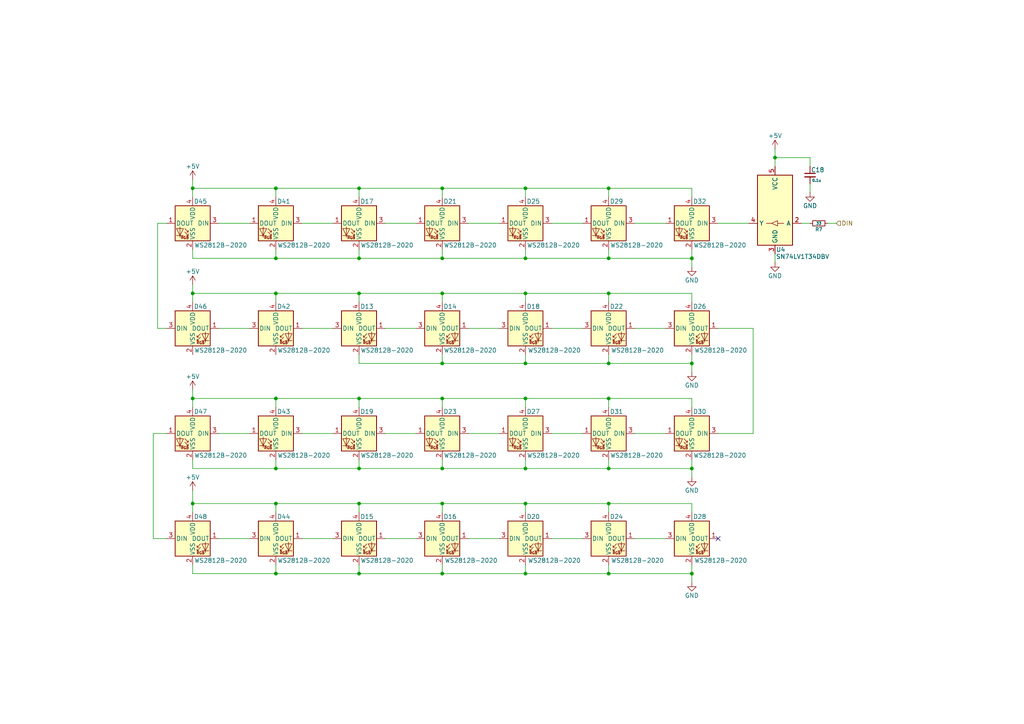
<source format=kicad_sch>
(kicad_sch (version 20250114) (generator "eeschema") (generator_version "9.0")
  (paper "A4")
  (lib_symbols
    (symbol "Device:C_Small" (pin_numbers (hide yes)) (pin_names (offset 0.254) (hide yes))
      (property "Reference" "C" (at 0.254 1.778 0))
      (property "Value" "C_Small" (at 0.254 -2.032 0))
      (symbol "C_Small_0_1"
        (polyline (pts (xy -1.524 0.508) (xy 1.524 0.508)) (stroke (width 0.3048)))
        (polyline (pts (xy -1.524 -0.508) (xy 1.524 -0.508)) (stroke (width 0.3302)))
      )
      (symbol "C_Small_1_1"
        (pin passive line (at 0 2.54 270) (length 2.032) (name "~") (number "1"))
        (pin passive line (at 0 -2.54 90) (length 2.032) (name "~") (number "2"))
      )
    )
    (symbol "Device:R_Small" (pin_numbers (hide yes)) (pin_names (offset 0.254) (hide yes))
      (property "Reference" "R" (at 0 0 90))
      (property "Value" "R_Small" (at 1.778 0 90))
      (symbol "R_Small_0_1"
        (rectangle (start -0.762 1.778) (end 0.762 -1.778) (stroke (width 0.2032)))
      )
      (symbol "R_Small_1_1"
        (pin passive line (at 0 2.54 270) (length 0.762) (name "~") (number "1"))
        (pin passive line (at 0 -2.54 90) (length 0.762) (name "~") (number "2"))
      )
    )
    (symbol "LED:WS2812B-2020" (pin_names (offset 0.254))
      (property "Reference" "D" (at 5.08 5.715 0))
      (property "Value" "WS2812B-2020" (at 1.27 -5.715 0))
      (symbol "WS2812B-2020_0_0"
        (text "RGB" (at 2.286 -4.191 0) (effects (font (size 0.762 0.762))))
      )
      (symbol "WS2812B-2020_0_1"
        (polyline (pts (xy 1.27 -2.54) (xy 1.778 -2.54)))
        (polyline (pts (xy 1.27 -3.556) (xy 1.778 -3.556)))
        (polyline (pts (xy 2.286 -1.524) (xy 1.27 -2.54) (xy 1.27 -2.032)))
        (polyline (pts (xy 2.286 -2.54) (xy 1.27 -3.556) (xy 1.27 -3.048)))
        (polyline (pts (xy 3.683 -1.016) (xy 3.683 -3.556) (xy 3.683 -4.064)))
        (polyline (pts (xy 4.699 -1.524) (xy 2.667 -1.524) (xy 3.683 -3.556) (xy 4.699 -1.524)))
        (polyline (pts (xy 4.699 -3.556) (xy 2.667 -3.556)))
        (rectangle (start 5.08 5.08) (end -5.08 -5.08) (stroke (width 0.254)) (fill (type background)))
      )
      (symbol "WS2812B-2020_1_1"
        (pin input line (at -7.62 0 0) (length 2.54) (name "DIN") (number "3"))
        (pin power_in line (at 0 7.62 270) (length 2.54) (name "VDD") (number "4"))
        (pin power_in line (at 0 -7.62 90) (length 2.54) (name "VSS") (number "2"))
        (pin output line (at 7.62 0 180) (length 2.54) (name "DOUT") (number "1"))
      )
    )
    (symbol "Logic_LevelTranslator:SN74LV1T34DBV"
      (property "Reference" "U4" (at 1.778 9.398 0))
      (property "Value" "SN74LV1T34DBV" (at 8.128 7.62 0))
      (symbol "SN74LV1T34DBV_0_1"
        (rectangle (start -5.08 13.97) (end 5.08 -6.35) (stroke (width 0.254)) (fill (type background)))
        (polyline (pts (xy -0.762 0) (xy -2.54 0)))
        (polyline (pts (xy 1.016 0) (xy 2.54 0)))
      )
      (symbol "SN74LV1T34DBV_1_1"
        (polyline (pts (xy -0.762 -0.762) (xy -0.762 0.762) (xy 1.016 0) (xy -0.762 -0.762)))
        (pin input line (at -7.62 0 0) (length 2.54) (name "A") (number "2"))
        (pin no_connect line (at -5.08 2.54 0) (length 2.54) (hide yes) (name "NC") (number "1"))
        (pin power_in line (at 0 16.51 270) (length 2.54) (name "VCC") (number "5"))
        (pin power_in line (at 0 -8.89 90) (length 2.54) (name "GND") (number "3"))
        (pin output line (at 7.62 0 180) (length 2.54) (name "Y") (number "4"))
      )
    )
    (symbol "power:+5V" (power) (pin_numbers (hide yes)) (pin_names (offset 0) (hide yes))
      (property "Value" "+5V" (at 0 3.556 0))
      (symbol "+5V_0_1"
        (polyline (pts (xy -0.762 1.27) (xy 0 2.54)))
        (polyline (pts (xy 0 2.54) (xy 0.762 1.27)))
        (polyline (pts (xy 0 0) (xy 0 2.54)))
      )
      (symbol "+5V_1_1"
        (pin power_in line (at 0 0 90) (length 0) (name "~") (number "1"))
      )
    )
    (symbol "power:GND" (power) (pin_numbers (hide yes)) (pin_names (offset 0) (hide yes))
      (property "Value" "GND" (at 0 -3.81 0))
      (symbol "GND_0_1"
        (polyline (pts (xy 0 0) (xy 0 -1.27) (xy 1.27 -1.27) (xy 0 -2.54) (xy -1.27 -1.27) (xy 0 -1.27)))
      )
      (symbol "GND_1_1"
        (pin power_in line (at 0 0 270) (length 0) (name "~") (number "1"))
      )
    )
  )
  (junction (at 80.01 115.57))
  (junction (at 55.88 146.05))
  (junction (at 128.27 74.93))
  (junction (at 80.01 85.09))
  (junction (at 80.01 54.61))
  (junction (at 176.53 115.57))
  (junction (at 224.79 45.72))
  (junction (at 80.01 146.05))
  (junction (at 104.14 85.09))
  (junction (at 200.66 105.41))
  (junction (at 55.88 85.09))
  (junction (at 104.14 146.05))
  (junction (at 200.66 135.89))
  (junction (at 128.27 166.37))
  (junction (at 80.01 74.93))
  (junction (at 104.14 166.37))
  (junction (at 152.4 115.57))
  (junction (at 200.66 74.93))
  (junction (at 176.53 54.61))
  (junction (at 176.53 105.41))
  (junction (at 128.27 146.05))
  (junction (at 104.14 115.57))
  (junction (at 176.53 74.93))
  (junction (at 128.27 105.41))
  (junction (at 152.4 166.37))
  (junction (at 176.53 135.89))
  (junction (at 176.53 146.05))
  (junction (at 128.27 54.61))
  (junction (at 128.27 115.57))
  (junction (at 152.4 85.09))
  (junction (at 128.27 85.09))
  (junction (at 104.14 135.89))
  (junction (at 152.4 135.89))
  (junction (at 176.53 85.09))
  (junction (at 152.4 146.05))
  (junction (at 200.66 166.37))
  (junction (at 104.14 54.61))
  (junction (at 128.27 135.89))
  (junction (at 55.88 115.57))
  (junction (at 80.01 135.89))
  (junction (at 80.01 166.37))
  (junction (at 104.14 74.93))
  (junction (at 176.53 166.37))
  (junction (at 55.88 54.61))
  (junction (at 152.4 105.41))
  (junction (at 152.4 74.93))
  (junction (at 152.4 54.61))
  (no_connect (at 208.28 156.21))
  (wire (pts (xy 200.66 72.39) (xy 200.66 74.93)))
  (wire (pts (xy 152.4 105.41) (xy 176.53 105.41)))
  (wire (pts (xy 55.88 74.93) (xy 80.01 74.93)))
  (wire (pts (xy 104.14 166.37) (xy 104.14 163.83)))
  (wire (pts (xy 111.76 95.25) (xy 120.65 95.25)))
  (wire (pts (xy 176.53 105.41) (xy 200.66 105.41)))
  (wire (pts (xy 200.66 166.37) (xy 200.66 168.91)))
  (wire (pts (xy 104.14 54.61) (xy 104.14 57.15)))
  (wire (pts (xy 87.63 125.73) (xy 96.52 125.73)))
  (wire (pts (xy 176.53 133.35) (xy 176.53 135.89)))
  (wire (pts (xy 55.88 142.24) (xy 55.88 146.05)))
  (wire (pts (xy 208.28 64.77) (xy 217.17 64.77)))
  (wire (pts (xy 87.63 64.77) (xy 96.52 64.77)))
  (wire (pts (xy 104.14 85.09) (xy 128.27 85.09)))
  (wire (pts (xy 63.5 95.25) (xy 72.39 95.25)))
  (wire (pts (xy 200.66 148.59) (xy 200.66 146.05)))
  (wire (pts (xy 55.88 72.39) (xy 55.88 74.93)))
  (wire (pts (xy 104.14 115.57) (xy 104.14 118.11)))
  (wire (pts (xy 200.66 133.35) (xy 200.66 135.89)))
  (wire (pts (xy 128.27 105.41) (xy 152.4 105.41)))
  (wire (pts (xy 224.79 45.72) (xy 234.95 45.72)))
  (wire (pts (xy 111.76 125.73) (xy 120.65 125.73)))
  (wire (pts (xy 152.4 133.35) (xy 152.4 135.89)))
  (wire (pts (xy 63.5 125.73) (xy 72.39 125.73)))
  (wire (pts (xy 152.4 146.05) (xy 176.53 146.05)))
  (wire (pts (xy 135.89 64.77) (xy 144.78 64.77)))
  (wire (pts (xy 104.14 85.09) (xy 104.14 87.63)))
  (wire (pts (xy 96.52 156.21) (xy 87.63 156.21)))
  (wire (pts (xy 152.4 135.89) (xy 176.53 135.89)))
  (wire (pts (xy 152.4 85.09) (xy 152.4 87.63)))
  (wire (pts (xy 200.66 87.63) (xy 200.66 85.09)))
  (wire (pts (xy 80.01 166.37) (xy 55.88 166.37)))
  (wire (pts (xy 176.53 166.37) (xy 176.53 163.83)))
  (wire (pts (xy 104.14 72.39) (xy 104.14 74.93)))
  (wire (pts (xy 80.01 146.05) (xy 80.01 148.59)))
  (wire (pts (xy 176.53 85.09) (xy 176.53 87.63)))
  (wire (pts (xy 128.27 102.87) (xy 128.27 105.41)))
  (wire (pts (xy 176.53 115.57) (xy 200.66 115.57)))
  (wire (pts (xy 184.15 125.73) (xy 193.04 125.73)))
  (wire (pts (xy 80.01 74.93) (xy 104.14 74.93)))
  (wire (pts (xy 45.72 64.77) (xy 45.72 95.25)))
  (wire (pts (xy 218.44 95.25) (xy 218.44 125.73)))
  (wire (pts (xy 72.39 156.21) (xy 63.5 156.21)))
  (wire (pts (xy 55.88 85.09) (xy 55.88 87.63)))
  (wire (pts (xy 200.66 77.47) (xy 200.66 74.93)))
  (wire (pts (xy 232.41 64.77) (xy 234.95 64.77)))
  (wire (pts (xy 144.78 95.25) (xy 135.89 95.25)))
  (wire (pts (xy 224.79 43.18) (xy 224.79 45.72)))
  (wire (pts (xy 55.88 135.89) (xy 55.88 133.35)))
  (wire (pts (xy 128.27 85.09) (xy 128.27 87.63)))
  (wire (pts (xy 200.66 118.11) (xy 200.66 115.57)))
  (wire (pts (xy 152.4 146.05) (xy 152.4 148.59)))
  (wire (pts (xy 104.14 135.89) (xy 80.01 135.89)))
  (wire (pts (xy 152.4 85.09) (xy 176.53 85.09)))
  (wire (pts (xy 208.28 125.73) (xy 218.44 125.73)))
  (wire (pts (xy 55.88 82.55) (xy 55.88 85.09)))
  (wire (pts (xy 128.27 115.57) (xy 128.27 118.11)))
  (wire (pts (xy 55.88 115.57) (xy 55.88 118.11)))
  (wire (pts (xy 87.63 95.25) (xy 96.52 95.25)))
  (wire (pts (xy 55.88 113.03) (xy 55.88 115.57)))
  (wire (pts (xy 128.27 166.37) (xy 104.14 166.37)))
  (wire (pts (xy 55.88 146.05) (xy 55.88 148.59)))
  (wire (pts (xy 200.66 107.95) (xy 200.66 105.41)))
  (wire (pts (xy 160.02 64.77) (xy 168.91 64.77)))
  (wire (pts (xy 104.14 115.57) (xy 128.27 115.57)))
  (wire (pts (xy 55.88 54.61) (xy 55.88 57.15)))
  (wire (pts (xy 80.01 54.61) (xy 55.88 54.61)))
  (wire (pts (xy 55.88 146.05) (xy 80.01 146.05)))
  (wire (pts (xy 80.01 72.39) (xy 80.01 74.93)))
  (wire (pts (xy 44.45 125.73) (xy 44.45 156.21)))
  (wire (pts (xy 152.4 72.39) (xy 152.4 74.93)))
  (wire (pts (xy 111.76 64.77) (xy 120.65 64.77)))
  (wire (pts (xy 104.14 133.35) (xy 104.14 135.89)))
  (wire (pts (xy 152.4 115.57) (xy 176.53 115.57)))
  (wire (pts (xy 176.53 115.57) (xy 176.53 118.11)))
  (wire (pts (xy 193.04 156.21) (xy 184.15 156.21)))
  (wire (pts (xy 176.53 74.93) (xy 200.66 74.93)))
  (wire (pts (xy 104.14 54.61) (xy 80.01 54.61)))
  (wire (pts (xy 200.66 102.87) (xy 200.66 105.41)))
  (wire (pts (xy 55.88 166.37) (xy 55.88 163.83)))
  (wire (pts (xy 128.27 85.09) (xy 152.4 85.09)))
  (wire (pts (xy 80.01 146.05) (xy 104.14 146.05)))
  (wire (pts (xy 240.03 64.77) (xy 242.57 64.77)))
  (wire (pts (xy 152.4 54.61) (xy 176.53 54.61)))
  (wire (pts (xy 104.14 74.93) (xy 128.27 74.93)))
  (wire (pts (xy 224.79 73.66) (xy 224.79 76.2)))
  (wire (pts (xy 104.14 146.05) (xy 104.14 148.59)))
  (wire (pts (xy 55.88 115.57) (xy 80.01 115.57)))
  (wire (pts (xy 128.27 146.05) (xy 128.27 148.59)))
  (wire (pts (xy 168.91 95.25) (xy 160.02 95.25)))
  (wire (pts (xy 234.95 45.72) (xy 234.95 48.26)))
  (wire (pts (xy 128.27 54.61) (xy 152.4 54.61)))
  (wire (pts (xy 176.53 54.61) (xy 200.66 54.61)))
  (wire (pts (xy 152.4 166.37) (xy 128.27 166.37)))
  (wire (pts (xy 224.79 45.72) (xy 224.79 48.26)))
  (wire (pts (xy 176.53 146.05) (xy 176.53 148.59)))
  (wire (pts (xy 152.4 74.93) (xy 176.53 74.93)))
  (wire (pts (xy 176.53 146.05) (xy 200.66 146.05)))
  (wire (pts (xy 176.53 135.89) (xy 200.66 135.89)))
  (wire (pts (xy 80.01 115.57) (xy 80.01 118.11)))
  (wire (pts (xy 208.28 95.25) (xy 218.44 95.25)))
  (wire (pts (xy 104.14 146.05) (xy 128.27 146.05)))
  (wire (pts (xy 104.14 54.61) (xy 128.27 54.61)))
  (wire (pts (xy 176.53 166.37) (xy 152.4 166.37)))
  (wire (pts (xy 80.01 54.61) (xy 80.01 57.15)))
  (wire (pts (xy 176.53 72.39) (xy 176.53 74.93)))
  (wire (pts (xy 80.01 135.89) (xy 55.88 135.89)))
  (wire (pts (xy 120.65 156.21) (xy 111.76 156.21)))
  (wire (pts (xy 144.78 156.21) (xy 135.89 156.21)))
  (wire (pts (xy 200.66 166.37) (xy 176.53 166.37)))
  (wire (pts (xy 80.01 166.37) (xy 80.01 163.83)))
  (wire (pts (xy 152.4 102.87) (xy 152.4 105.41)))
  (wire (pts (xy 128.27 74.93) (xy 152.4 74.93)))
  (wire (pts (xy 55.88 52.07) (xy 55.88 54.61)))
  (wire (pts (xy 80.01 85.09) (xy 55.88 85.09)))
  (wire (pts (xy 135.89 125.73) (xy 144.78 125.73)))
  (wire (pts (xy 193.04 95.25) (xy 184.15 95.25)))
  (wire (pts (xy 128.27 135.89) (xy 152.4 135.89)))
  (wire (pts (xy 104.14 105.41) (xy 128.27 105.41)))
  (wire (pts (xy 104.14 135.89) (xy 128.27 135.89)))
  (wire (pts (xy 200.66 57.15) (xy 200.66 54.61)))
  (wire (pts (xy 48.26 64.77) (xy 45.72 64.77)))
  (wire (pts (xy 104.14 85.09) (xy 80.01 85.09)))
  (wire (pts (xy 128.27 54.61) (xy 128.27 57.15)))
  (wire (pts (xy 128.27 72.39) (xy 128.27 74.93)))
  (wire (pts (xy 200.66 138.43) (xy 200.66 135.89)))
  (wire (pts (xy 184.15 64.77) (xy 193.04 64.77)))
  (wire (pts (xy 44.45 156.21) (xy 48.26 156.21)))
  (wire (pts (xy 176.53 85.09) (xy 200.66 85.09)))
  (wire (pts (xy 104.14 115.57) (xy 80.01 115.57)))
  (wire (pts (xy 128.27 115.57) (xy 152.4 115.57)))
  (wire (pts (xy 80.01 135.89) (xy 80.01 133.35)))
  (wire (pts (xy 104.14 166.37) (xy 80.01 166.37)))
  (wire (pts (xy 63.5 64.77) (xy 72.39 64.77)))
  (wire (pts (xy 160.02 125.73) (xy 168.91 125.73)))
  (wire (pts (xy 128.27 146.05) (xy 152.4 146.05)))
  (wire (pts (xy 80.01 85.09) (xy 80.01 87.63)))
  (wire (pts (xy 234.95 53.34) (xy 234.95 55.88)))
  (wire (pts (xy 152.4 166.37) (xy 152.4 163.83)))
  (wire (pts (xy 104.14 102.87) (xy 104.14 105.41)))
  (wire (pts (xy 168.91 156.21) (xy 160.02 156.21)))
  (wire (pts (xy 200.66 163.83) (xy 200.66 166.37)))
  (wire (pts (xy 48.26 125.73) (xy 44.45 125.73)))
  (wire (pts (xy 176.53 102.87) (xy 176.53 105.41)))
  (wire (pts (xy 176.53 54.61) (xy 176.53 57.15)))
  (wire (pts (xy 45.72 95.25) (xy 48.26 95.25)))
  (wire (pts (xy 152.4 115.57) (xy 152.4 118.11)))
  (wire (pts (xy 152.4 54.61) (xy 152.4 57.15)))
  (wire (pts (xy 128.27 166.37) (xy 128.27 163.83)))
  (wire (pts (xy 128.27 133.35) (xy 128.27 135.89)))
  (hierarchical_label "DIN" (shape input) (at 242.57 64.77 0))
  (symbol (lib_id "LED:WS2812B-2020") (at 200.66 95.25 0) (unit 1)
    (property "Reference" "D26" (at 202.946 88.9 0))
    (property "Value" "WS2812B-2020" (at 209.042 101.6 0))
    (property "Footprint" "LED_SMD:LED_WS2812B-2020_PLCC4_2.0x2.0mm" (effects (hide yes)))
    (property "Datasheet" "https://cdn-shop.adafruit.com/product-files/4684/4684_WS2812B-2020_V1.3_EN.pdf" (effects (hide yes)))
    (property "Description" "RGB LED with integrated controller, 2.0 x 2.0 mm, 12 mA" (effects (hide yes)))
  )
  (symbol (lib_id "power:GND") (at 224.79 76.2 0) (mirror y) (unit 1)
    (property "Reference" "#PWR050" (effects (hide yes)))
    (property "Value" "GND" (at 224.79 80.01 0))
    (property "Description" "Power symbol creates a global label with name \"GND\" , ground" (effects (hide yes)))
  )
  (symbol (lib_id "LED:WS2812B-2020") (at 200.66 64.77 0) (mirror y) (unit 1)
    (property "Reference" "D32" (at 202.946 58.42 0))
    (property "Value" "WS2812B-2020" (at 208.788 71.12 0))
    (property "Footprint" "LED_SMD:LED_WS2812B-2020_PLCC4_2.0x2.0mm" (effects (hide yes)))
    (property "Datasheet" "https://cdn-shop.adafruit.com/product-files/4684/4684_WS2812B-2020_V1.3_EN.pdf" (effects (hide yes)))
    (property "Description" "RGB LED with integrated controller, 2.0 x 2.0 mm, 12 mA" (effects (hide yes)))
  )
  (symbol (lib_id "LED:WS2812B-2020") (at 176.53 95.25 0) (unit 1)
    (property "Reference" "D22" (at 178.816 88.9 0))
    (property "Value" "WS2812B-2020" (at 184.912 101.6 0))
    (property "Footprint" "LED_SMD:LED_WS2812B-2020_PLCC4_2.0x2.0mm" (effects (hide yes)))
    (property "Datasheet" "https://cdn-shop.adafruit.com/product-files/4684/4684_WS2812B-2020_V1.3_EN.pdf" (effects (hide yes)))
    (property "Description" "RGB LED with integrated controller, 2.0 x 2.0 mm, 12 mA" (effects (hide yes)))
  )
  (symbol (lib_id "power:GND") (at 200.66 77.47 0) (mirror y) (unit 1)
    (property "Reference" "#PWR045" (effects (hide yes)))
    (property "Value" "GND" (at 200.66 81.28 0))
    (property "Description" "Power symbol creates a global label with name \"GND\" , ground" (effects (hide yes)))
  )
  (symbol (lib_id "LED:WS2812B-2020") (at 80.01 156.21 0) (unit 1)
    (property "Reference" "D44" (at 82.296 149.86 0))
    (property "Value" "WS2812B-2020" (at 88.138 162.56 0))
    (property "Footprint" "LED_SMD:LED_WS2812B-2020_PLCC4_2.0x2.0mm" (effects (hide yes)))
    (property "Datasheet" "https://cdn-shop.adafruit.com/product-files/4684/4684_WS2812B-2020_V1.3_EN.pdf" (effects (hide yes)))
    (property "Description" "RGB LED with integrated controller, 2.0 x 2.0 mm, 12 mA" (effects (hide yes)))
  )
  (symbol (lib_id "LED:WS2812B-2020") (at 176.53 156.21 0) (unit 1)
    (property "Reference" "D24" (at 178.816 149.86 0))
    (property "Value" "WS2812B-2020" (at 184.912 162.56 0))
    (property "Footprint" "LED_SMD:LED_WS2812B-2020_PLCC4_2.0x2.0mm" (effects (hide yes)))
    (property "Datasheet" "https://cdn-shop.adafruit.com/product-files/4684/4684_WS2812B-2020_V1.3_EN.pdf" (effects (hide yes)))
    (property "Description" "RGB LED with integrated controller, 2.0 x 2.0 mm, 12 mA" (effects (hide yes)))
  )
  (symbol (lib_id "power:+5V") (at 55.88 82.55 0) (unit 1)
    (property "Reference" "#PWR038" (effects (hide yes)))
    (property "Value" "+5V" (at 55.88 78.74 0))
    (property "Description" "Power symbol creates a global label with name \"+5V\"" (effects (hide yes)))
  )
  (symbol (lib_id "LED:WS2812B-2020") (at 200.66 156.21 0) (unit 1)
    (property "Reference" "D28" (at 202.946 149.86 0))
    (property "Value" "WS2812B-2020" (at 209.042 162.56 0))
    (property "Footprint" "LED_SMD:LED_WS2812B-2020_PLCC4_2.0x2.0mm" (effects (hide yes)))
    (property "Datasheet" "https://cdn-shop.adafruit.com/product-files/4684/4684_WS2812B-2020_V1.3_EN.pdf" (effects (hide yes)))
    (property "Description" "RGB LED with integrated controller, 2.0 x 2.0 mm, 12 mA" (effects (hide yes)))
  )
  (symbol (lib_id "LED:WS2812B-2020") (at 128.27 95.25 0) (unit 1)
    (property "Reference" "D14" (at 130.556 88.9 0))
    (property "Value" "WS2812B-2020" (at 136.398 101.6 0))
    (property "Footprint" "LED_SMD:LED_WS2812B-2020_PLCC4_2.0x2.0mm" (effects (hide yes)))
    (property "Datasheet" "https://cdn-shop.adafruit.com/product-files/4684/4684_WS2812B-2020_V1.3_EN.pdf" (effects (hide yes)))
    (property "Description" "RGB LED with integrated controller, 2.0 x 2.0 mm, 12 mA" (effects (hide yes)))
  )
  (symbol (lib_id "LED:WS2812B-2020") (at 80.01 95.25 0) (unit 1)
    (property "Reference" "D42" (at 82.296 88.9 0))
    (property "Value" "WS2812B-2020" (at 88.138 101.6 0))
    (property "Footprint" "LED_SMD:LED_WS2812B-2020_PLCC4_2.0x2.0mm" (effects (hide yes)))
    (property "Datasheet" "https://cdn-shop.adafruit.com/product-files/4684/4684_WS2812B-2020_V1.3_EN.pdf" (effects (hide yes)))
    (property "Description" "RGB LED with integrated controller, 2.0 x 2.0 mm, 12 mA" (effects (hide yes)))
  )
  (symbol (lib_id "LED:WS2812B-2020") (at 104.14 64.77 0) (mirror y) (unit 1)
    (property "Reference" "D17" (at 106.426 58.42 0))
    (property "Value" "WS2812B-2020" (at 112.268 71.12 0))
    (property "Footprint" "LED_SMD:LED_WS2812B-2020_PLCC4_2.0x2.0mm" (effects (hide yes)))
    (property "Datasheet" "https://cdn-shop.adafruit.com/product-files/4684/4684_WS2812B-2020_V1.3_EN.pdf" (effects (hide yes)))
    (property "Description" "RGB LED with integrated controller, 2.0 x 2.0 mm, 12 mA" (effects (hide yes)))
  )
  (symbol (lib_id "LED:WS2812B-2020") (at 128.27 64.77 0) (mirror y) (unit 1)
    (property "Reference" "D21" (at 130.556 58.42 0))
    (property "Value" "WS2812B-2020" (at 136.398 71.12 0))
    (property "Footprint" "LED_SMD:LED_WS2812B-2020_PLCC4_2.0x2.0mm" (effects (hide yes)))
    (property "Datasheet" "https://cdn-shop.adafruit.com/product-files/4684/4684_WS2812B-2020_V1.3_EN.pdf" (effects (hide yes)))
    (property "Description" "RGB LED with integrated controller, 2.0 x 2.0 mm, 12 mA" (effects (hide yes)))
  )
  (symbol (lib_id "LED:WS2812B-2020") (at 152.4 156.21 0) (unit 1)
    (property "Reference" "D20" (at 154.686 149.86 0))
    (property "Value" "WS2812B-2020" (at 160.782 162.56 0))
    (property "Footprint" "LED_SMD:LED_WS2812B-2020_PLCC4_2.0x2.0mm" (effects (hide yes)))
    (property "Datasheet" "https://cdn-shop.adafruit.com/product-files/4684/4684_WS2812B-2020_V1.3_EN.pdf" (effects (hide yes)))
    (property "Description" "RGB LED with integrated controller, 2.0 x 2.0 mm, 12 mA" (effects (hide yes)))
  )
  (symbol (lib_id "LED:WS2812B-2020") (at 104.14 125.73 0) (mirror y) (unit 1)
    (property "Reference" "D19" (at 106.426 119.38 0))
    (property "Value" "WS2812B-2020" (at 112.268 132.08 0))
    (property "Footprint" "LED_SMD:LED_WS2812B-2020_PLCC4_2.0x2.0mm" (effects (hide yes)))
    (property "Datasheet" "https://cdn-shop.adafruit.com/product-files/4684/4684_WS2812B-2020_V1.3_EN.pdf" (effects (hide yes)))
    (property "Description" "RGB LED with integrated controller, 2.0 x 2.0 mm, 12 mA" (effects (hide yes)))
  )
  (symbol (lib_id "LED:WS2812B-2020") (at 104.14 95.25 0) (unit 1)
    (property "Reference" "D13" (at 106.426 88.9 0))
    (property "Value" "WS2812B-2020" (at 112.268 101.6 0))
    (property "Footprint" "LED_SMD:LED_WS2812B-2020_PLCC4_2.0x2.0mm" (effects (hide yes)))
    (property "Datasheet" "https://cdn-shop.adafruit.com/product-files/4684/4684_WS2812B-2020_V1.3_EN.pdf" (effects (hide yes)))
    (property "Description" "RGB LED with integrated controller, 2.0 x 2.0 mm, 12 mA" (effects (hide yes)))
  )
  (symbol (lib_id "power:GND") (at 200.66 107.95 0) (mirror y) (unit 1)
    (property "Reference" "#PWR046" (effects (hide yes)))
    (property "Value" "GND" (at 200.66 111.76 0))
    (property "Description" "Power symbol creates a global label with name \"GND\" , ground" (effects (hide yes)))
  )
  (symbol (lib_id "power:+5V") (at 55.88 52.07 0) (unit 1)
    (property "Reference" "#PWR037" (effects (hide yes)))
    (property "Value" "+5V" (at 55.88 48.26 0))
    (property "Description" "Power symbol creates a global label with name \"+5V\"" (effects (hide yes)))
  )
  (symbol (lib_id "power:+5V") (at 224.79 43.18 0) (mirror y) (unit 1)
    (property "Reference" "#PWR049" (effects (hide yes)))
    (property "Value" "+5V" (at 224.79 39.37 0))
    (property "Description" "Power symbol creates a global label with name \"+5V\"" (effects (hide yes)))
  )
  (symbol (lib_id "LED:WS2812B-2020") (at 104.14 156.21 0) (unit 1)
    (property "Reference" "D15" (at 106.426 149.86 0))
    (property "Value" "WS2812B-2020" (at 112.268 162.56 0))
    (property "Footprint" "LED_SMD:LED_WS2812B-2020_PLCC4_2.0x2.0mm" (effects (hide yes)))
    (property "Datasheet" "https://cdn-shop.adafruit.com/product-files/4684/4684_WS2812B-2020_V1.3_EN.pdf" (effects (hide yes)))
    (property "Description" "RGB LED with integrated controller, 2.0 x 2.0 mm, 12 mA" (effects (hide yes)))
  )
  (symbol (lib_id "Device:C_Small") (at 234.95 50.8 0) (unit 1)
    (property "Reference" "C18" (at 235.204 49.276 0) (effects (justify left)))
    (property "Value" "0.1u" (at 235.458 52.324 0) (effects (font (size 0.762 0.762) (thickness 0.1524) (bold yes)) (justify left)))
    (property "Footprint" "Capacitor_SMD:C_0402_1005Metric" (effects (hide yes)))
    (property "Description" "Unpolarized capacitor, small symbol" (effects (hide yes)))
  )
  (symbol (lib_id "LED:WS2812B-2020") (at 200.66 125.73 0) (mirror y) (unit 1)
    (property "Reference" "D30" (at 202.946 119.38 0))
    (property "Value" "WS2812B-2020" (at 208.788 132.08 0))
    (property "Footprint" "LED_SMD:LED_WS2812B-2020_PLCC4_2.0x2.0mm" (effects (hide yes)))
    (property "Datasheet" "https://cdn-shop.adafruit.com/product-files/4684/4684_WS2812B-2020_V1.3_EN.pdf" (effects (hide yes)))
    (property "Description" "RGB LED with integrated controller, 2.0 x 2.0 mm, 12 mA" (effects (hide yes)))
  )
  (symbol (lib_id "LED:WS2812B-2020") (at 128.27 125.73 0) (mirror y) (unit 1)
    (property "Reference" "D23" (at 130.556 119.38 0))
    (property "Value" "WS2812B-2020" (at 136.398 132.08 0))
    (property "Footprint" "LED_SMD:LED_WS2812B-2020_PLCC4_2.0x2.0mm" (effects (hide yes)))
    (property "Datasheet" "https://cdn-shop.adafruit.com/product-files/4684/4684_WS2812B-2020_V1.3_EN.pdf" (effects (hide yes)))
    (property "Description" "RGB LED with integrated controller, 2.0 x 2.0 mm, 12 mA" (effects (hide yes)))
  )
  (symbol (lib_id "LED:WS2812B-2020") (at 55.88 95.25 0) (unit 1)
    (property "Reference" "D46" (at 58.166 88.9 0))
    (property "Value" "WS2812B-2020" (at 64.008 101.6 0))
    (property "Footprint" "LED_SMD:LED_WS2812B-2020_PLCC4_2.0x2.0mm" (effects (hide yes)))
    (property "Datasheet" "https://cdn-shop.adafruit.com/product-files/4684/4684_WS2812B-2020_V1.3_EN.pdf" (effects (hide yes)))
    (property "Description" "RGB LED with integrated controller, 2.0 x 2.0 mm, 12 mA" (effects (hide yes)))
  )
  (symbol (lib_id "power:+5V") (at 55.88 113.03 0) (unit 1)
    (property "Reference" "#PWR039" (effects (hide yes)))
    (property "Value" "+5V" (at 55.88 109.22 0))
    (property "Description" "Power symbol creates a global label with name \"+5V\"" (effects (hide yes)))
  )
  (symbol (lib_id "LED:WS2812B-2020") (at 55.88 156.21 0) (unit 1)
    (property "Reference" "D48" (at 58.166 149.86 0))
    (property "Value" "WS2812B-2020" (at 64.008 162.56 0))
    (property "Footprint" "LED_SMD:LED_WS2812B-2020_PLCC4_2.0x2.0mm" (effects (hide yes)))
    (property "Datasheet" "https://cdn-shop.adafruit.com/product-files/4684/4684_WS2812B-2020_V1.3_EN.pdf" (effects (hide yes)))
    (property "Description" "RGB LED with integrated controller, 2.0 x 2.0 mm, 12 mA" (effects (hide yes)))
  )
  (symbol (lib_id "LED:WS2812B-2020") (at 55.88 64.77 0) (mirror y) (unit 1)
    (property "Reference" "D45" (at 58.166 58.42 0))
    (property "Value" "WS2812B-2020" (at 64.008 71.12 0))
    (property "Footprint" "LED_SMD:LED_WS2812B-2020_PLCC4_2.0x2.0mm" (effects (hide yes)))
    (property "Datasheet" "https://cdn-shop.adafruit.com/product-files/4684/4684_WS2812B-2020_V1.3_EN.pdf" (effects (hide yes)))
    (property "Description" "RGB LED with integrated controller, 2.0 x 2.0 mm, 12 mA" (effects (hide yes)))
  )
  (symbol (lib_id "LED:WS2812B-2020") (at 176.53 64.77 0) (mirror y) (unit 1)
    (property "Reference" "D29" (at 178.816 58.42 0))
    (property "Value" "WS2812B-2020" (at 184.658 71.12 0))
    (property "Footprint" "LED_SMD:LED_WS2812B-2020_PLCC4_2.0x2.0mm" (effects (hide yes)))
    (property "Datasheet" "https://cdn-shop.adafruit.com/product-files/4684/4684_WS2812B-2020_V1.3_EN.pdf" (effects (hide yes)))
    (property "Description" "RGB LED with integrated controller, 2.0 x 2.0 mm, 12 mA" (effects (hide yes)))
  )
  (symbol (lib_id "LED:WS2812B-2020") (at 152.4 125.73 0) (mirror y) (unit 1)
    (property "Reference" "D27" (at 154.686 119.38 0))
    (property "Value" "WS2812B-2020" (at 160.528 132.08 0))
    (property "Footprint" "LED_SMD:LED_WS2812B-2020_PLCC4_2.0x2.0mm" (effects (hide yes)))
    (property "Datasheet" "https://cdn-shop.adafruit.com/product-files/4684/4684_WS2812B-2020_V1.3_EN.pdf" (effects (hide yes)))
    (property "Description" "RGB LED with integrated controller, 2.0 x 2.0 mm, 12 mA" (effects (hide yes)))
  )
  (symbol (lib_id "power:GND") (at 200.66 138.43 0) (mirror y) (unit 1)
    (property "Reference" "#PWR047" (effects (hide yes)))
    (property "Value" "GND" (at 200.66 142.24 0))
    (property "Description" "Power symbol creates a global label with name \"GND\" , ground" (effects (hide yes)))
  )
  (symbol (lib_id "Device:R_Small") (at 237.49 64.77 90) (unit 1)
    (property "Reference" "R7" (at 237.49 66.548 90) (effects (font (size 1.016 1.016))))
    (property "Value" "33" (at 237.49 64.77 90) (effects (font (size 0.762 0.762) (thickness 0.1524) (bold yes))))
    (property "Footprint" "Resistor_SMD:R_0402_1005Metric" (effects (hide yes)))
    (property "Description" "Resistor, small symbol" (effects (hide yes)))
  )
  (symbol (lib_id "LED:WS2812B-2020") (at 128.27 156.21 0) (unit 1)
    (property "Reference" "D16" (at 130.556 149.86 0))
    (property "Value" "WS2812B-2020" (at 136.652 162.56 0))
    (property "Footprint" "LED_SMD:LED_WS2812B-2020_PLCC4_2.0x2.0mm" (effects (hide yes)))
    (property "Datasheet" "https://cdn-shop.adafruit.com/product-files/4684/4684_WS2812B-2020_V1.3_EN.pdf" (effects (hide yes)))
    (property "Description" "RGB LED with integrated controller, 2.0 x 2.0 mm, 12 mA" (effects (hide yes)))
  )
  (symbol (lib_id "Logic_LevelTranslator:SN74LV1T34DBV") (at 224.79 64.77 0) (mirror y) (unit 1)
    (property "Reference" "U4" (at 225.044 72.39 0) (effects (justify right)))
    (property "Value" "SN74LV1T34DBV" (at 225.044 74.422 0) (effects (justify right)))
    (property "Footprint" "Package_TO_SOT_SMD:SOT-23-5" (effects (hide yes)))
    (property "Datasheet" "https://www.ti.com/lit/ds/symlink/sn74lv1t34.pdf" (effects (hide yes)))
    (property "Description" "Single Power Supply, Single Buffer GATE, CMOS Logic, Level Shifter, SOT-23-5" (effects (hide yes)))
  )
  (symbol (lib_id "power:GND") (at 234.95 55.88 0) (mirror y) (unit 1)
    (property "Reference" "#PWR051" (effects (hide yes)))
    (property "Value" "GND" (at 234.95 59.69 0))
    (property "Description" "Power symbol creates a global label with name \"GND\" , ground" (effects (hide yes)))
  )
  (symbol (lib_id "LED:WS2812B-2020") (at 55.88 125.73 0) (mirror y) (unit 1)
    (property "Reference" "D47" (at 58.166 119.38 0))
    (property "Value" "WS2812B-2020" (at 64.008 132.08 0))
    (property "Footprint" "LED_SMD:LED_WS2812B-2020_PLCC4_2.0x2.0mm" (effects (hide yes)))
    (property "Datasheet" "https://cdn-shop.adafruit.com/product-files/4684/4684_WS2812B-2020_V1.3_EN.pdf" (effects (hide yes)))
    (property "Description" "RGB LED with integrated controller, 2.0 x 2.0 mm, 12 mA" (effects (hide yes)))
  )
  (symbol (lib_id "LED:WS2812B-2020") (at 176.53 125.73 0) (mirror y) (unit 1)
    (property "Reference" "D31" (at 178.816 119.38 0))
    (property "Value" "WS2812B-2020" (at 184.658 132.08 0))
    (property "Footprint" "LED_SMD:LED_WS2812B-2020_PLCC4_2.0x2.0mm" (effects (hide yes)))
    (property "Datasheet" "https://cdn-shop.adafruit.com/product-files/4684/4684_WS2812B-2020_V1.3_EN.pdf" (effects (hide yes)))
    (property "Description" "RGB LED with integrated controller, 2.0 x 2.0 mm, 12 mA" (effects (hide yes)))
  )
  (symbol (lib_id "LED:WS2812B-2020") (at 152.4 64.77 0) (mirror y) (unit 1)
    (property "Reference" "D25" (at 154.686 58.42 0))
    (property "Value" "WS2812B-2020" (at 160.528 71.12 0))
    (property "Footprint" "LED_SMD:LED_WS2812B-2020_PLCC4_2.0x2.0mm" (effects (hide yes)))
    (property "Datasheet" "https://cdn-shop.adafruit.com/product-files/4684/4684_WS2812B-2020_V1.3_EN.pdf" (effects (hide yes)))
    (property "Description" "RGB LED with integrated controller, 2.0 x 2.0 mm, 12 mA" (effects (hide yes)))
  )
  (symbol (lib_id "power:GND") (at 200.66 168.91 0) (unit 1)
    (property "Reference" "#PWR048" (effects (hide yes)))
    (property "Value" "GND" (at 200.66 172.72 0))
    (property "Description" "Power symbol creates a global label with name \"GND\" , ground" (effects (hide yes)))
  )
  (symbol (lib_id "LED:WS2812B-2020") (at 80.01 125.73 0) (mirror y) (unit 1)
    (property "Reference" "D43" (at 82.296 119.38 0))
    (property "Value" "WS2812B-2020" (at 88.138 132.08 0))
    (property "Footprint" "LED_SMD:LED_WS2812B-2020_PLCC4_2.0x2.0mm" (effects (hide yes)))
    (property "Datasheet" "https://cdn-shop.adafruit.com/product-files/4684/4684_WS2812B-2020_V1.3_EN.pdf" (effects (hide yes)))
    (property "Description" "RGB LED with integrated controller, 2.0 x 2.0 mm, 12 mA" (effects (hide yes)))
  )
  (symbol (lib_id "LED:WS2812B-2020") (at 80.01 64.77 0) (mirror y) (unit 1)
    (property "Reference" "D41" (at 82.296 58.42 0))
    (property "Value" "WS2812B-2020" (at 88.138 71.12 0))
    (property "Footprint" "LED_SMD:LED_WS2812B-2020_PLCC4_2.0x2.0mm" (effects (hide yes)))
    (property "Datasheet" "https://cdn-shop.adafruit.com/product-files/4684/4684_WS2812B-2020_V1.3_EN.pdf" (effects (hide yes)))
    (property "Description" "RGB LED with integrated controller, 2.0 x 2.0 mm, 12 mA" (effects (hide yes)))
  )
  (symbol (lib_id "power:+5V") (at 55.88 142.24 0) (unit 1)
    (property "Reference" "#PWR040" (effects (hide yes)))
    (property "Value" "+5V" (at 55.88 138.43 0))
    (property "Description" "Power symbol creates a global label with name \"+5V\"" (effects (hide yes)))
  )
  (symbol (lib_id "LED:WS2812B-2020") (at 152.4 95.25 0) (unit 1)
    (property "Reference" "D18" (at 154.686 88.9 0))
    (property "Value" "WS2812B-2020" (at 160.782 101.6 0))
    (property "Footprint" "LED_SMD:LED_WS2812B-2020_PLCC4_2.0x2.0mm" (effects (hide yes)))
    (property "Datasheet" "https://cdn-shop.adafruit.com/product-files/4684/4684_WS2812B-2020_V1.3_EN.pdf" (effects (hide yes)))
    (property "Description" "RGB LED with integrated controller, 2.0 x 2.0 mm, 12 mA" (effects (hide yes)))
  )
)
</source>
